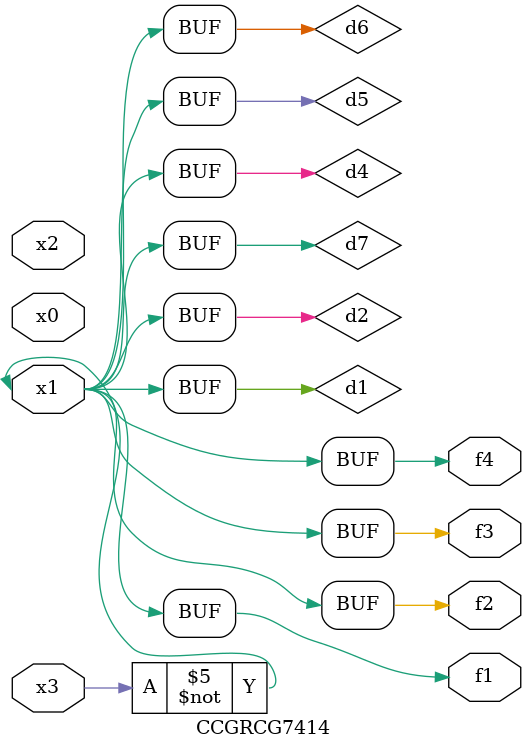
<source format=v>
module CCGRCG7414(
	input x0, x1, x2, x3,
	output f1, f2, f3, f4
);

	wire d1, d2, d3, d4, d5, d6, d7;

	not (d1, x3);
	buf (d2, x1);
	xnor (d3, d1, d2);
	nor (d4, d1);
	buf (d5, d1, d2);
	buf (d6, d4, d5);
	nand (d7, d4);
	assign f1 = d6;
	assign f2 = d7;
	assign f3 = d6;
	assign f4 = d6;
endmodule

</source>
